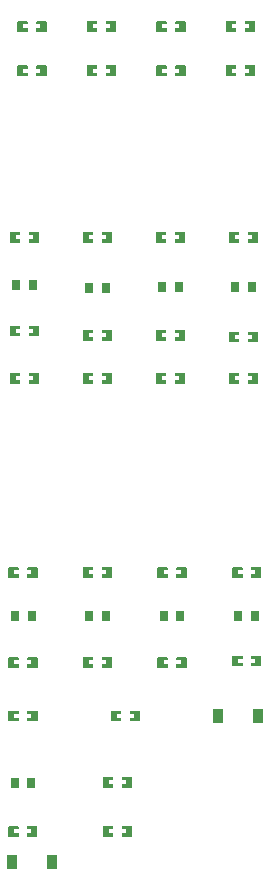
<source format=gtp>
G04 Layer: TopPasteMaskLayer*
G04 EasyEDA v6.5.22, 2023-04-13 12:14:21*
G04 8c6dcb5ec9fe4ba2bbc49dbc1e847b49,f016fa541b524367aba1ea0f7d3472e8,10*
G04 Gerber Generator version 0.2*
G04 Scale: 100 percent, Rotated: No, Reflected: No *
G04 Dimensions in millimeters *
G04 leading zeros omitted , absolute positions ,4 integer and 5 decimal *
%FSLAX45Y45*%
%MOMM*%

%ADD10R,0.8000X0.9000*%
%ADD11R,0.9500X1.1500*%

%LPD*%
G36*
X1561439Y1664258D02*
G01*
X1556461Y1659229D01*
X1556461Y1636471D01*
X1593443Y1636471D01*
X1593443Y1603451D01*
X1556461Y1603451D01*
X1556461Y1579270D01*
X1561439Y1574241D01*
X1641449Y1574241D01*
X1646428Y1579270D01*
X1646428Y1659229D01*
X1641449Y1664258D01*
G37*
G36*
X1402435Y1664258D02*
G01*
X1397457Y1659229D01*
X1397457Y1579270D01*
X1402435Y1574241D01*
X1481429Y1574241D01*
X1486458Y1579270D01*
X1486458Y1603451D01*
X1448460Y1603451D01*
X1448460Y1636471D01*
X1486458Y1636471D01*
X1486458Y1659229D01*
X1481429Y1664258D01*
G37*
G36*
X1639722Y8477808D02*
G01*
X1634693Y8472779D01*
X1634693Y8450021D01*
X1671726Y8450021D01*
X1671726Y8417001D01*
X1634693Y8417001D01*
X1634693Y8392820D01*
X1639722Y8387791D01*
X1719681Y8387791D01*
X1724710Y8392820D01*
X1724710Y8472779D01*
X1719681Y8477808D01*
G37*
G36*
X1480718Y8477808D02*
G01*
X1475689Y8472779D01*
X1475689Y8392820D01*
X1480718Y8387791D01*
X1559712Y8387791D01*
X1564690Y8392820D01*
X1564690Y8417001D01*
X1526692Y8417001D01*
X1526692Y8450021D01*
X1564690Y8450021D01*
X1564690Y8472779D01*
X1559712Y8477808D01*
G37*
G36*
X2228138Y8477808D02*
G01*
X2223160Y8472779D01*
X2223160Y8450021D01*
X2260142Y8450021D01*
X2260142Y8417001D01*
X2223160Y8417001D01*
X2223160Y8392820D01*
X2228138Y8387791D01*
X2308148Y8387791D01*
X2313127Y8392820D01*
X2313127Y8472779D01*
X2308148Y8477808D01*
G37*
G36*
X2069134Y8477808D02*
G01*
X2064156Y8472779D01*
X2064156Y8392820D01*
X2069134Y8387791D01*
X2148128Y8387791D01*
X2153158Y8392820D01*
X2153158Y8417001D01*
X2115159Y8417001D01*
X2115159Y8450021D01*
X2153158Y8450021D01*
X2153158Y8472779D01*
X2148128Y8477808D01*
G37*
G36*
X2816555Y8477808D02*
G01*
X2811576Y8472779D01*
X2811576Y8450021D01*
X2848559Y8450021D01*
X2848559Y8417001D01*
X2811576Y8417001D01*
X2811576Y8392820D01*
X2816555Y8387791D01*
X2896565Y8387791D01*
X2901543Y8392820D01*
X2901543Y8472779D01*
X2896565Y8477808D01*
G37*
G36*
X2657551Y8477808D02*
G01*
X2652572Y8472779D01*
X2652572Y8392820D01*
X2657551Y8387791D01*
X2736545Y8387791D01*
X2741574Y8392820D01*
X2741574Y8417001D01*
X2703576Y8417001D01*
X2703576Y8450021D01*
X2741574Y8450021D01*
X2741574Y8472779D01*
X2736545Y8477808D01*
G37*
G36*
X3405022Y8477808D02*
G01*
X3399993Y8472779D01*
X3399993Y8450021D01*
X3436975Y8450021D01*
X3436975Y8417001D01*
X3399993Y8417001D01*
X3399993Y8392820D01*
X3405022Y8387791D01*
X3484981Y8387791D01*
X3490010Y8392820D01*
X3490010Y8472779D01*
X3484981Y8477808D01*
G37*
G36*
X3246018Y8477808D02*
G01*
X3240989Y8472779D01*
X3240989Y8392820D01*
X3246018Y8387791D01*
X3325012Y8387791D01*
X3329990Y8392820D01*
X3329990Y8417001D01*
X3291992Y8417001D01*
X3291992Y8450021D01*
X3329990Y8450021D01*
X3329990Y8472779D01*
X3325012Y8477808D01*
G37*
G36*
X1639722Y8103158D02*
G01*
X1634693Y8098129D01*
X1634693Y8075371D01*
X1671726Y8075371D01*
X1671726Y8042351D01*
X1634693Y8042351D01*
X1634693Y8018170D01*
X1639722Y8013141D01*
X1719681Y8013141D01*
X1724710Y8018170D01*
X1724710Y8098129D01*
X1719681Y8103158D01*
G37*
G36*
X1480718Y8103158D02*
G01*
X1475689Y8098129D01*
X1475689Y8018170D01*
X1480718Y8013141D01*
X1559712Y8013141D01*
X1564690Y8018170D01*
X1564690Y8042351D01*
X1526692Y8042351D01*
X1526692Y8075371D01*
X1564690Y8075371D01*
X1564690Y8098129D01*
X1559712Y8103158D01*
G37*
G36*
X2228138Y8103158D02*
G01*
X2223109Y8098129D01*
X2223109Y8075371D01*
X2260142Y8075371D01*
X2260142Y8042351D01*
X2223109Y8042351D01*
X2223109Y8018170D01*
X2228138Y8013141D01*
X2308148Y8013141D01*
X2313127Y8018170D01*
X2313127Y8098129D01*
X2308148Y8103158D01*
G37*
G36*
X2069134Y8103158D02*
G01*
X2064156Y8098129D01*
X2064156Y8018170D01*
X2069134Y8013141D01*
X2148128Y8013141D01*
X2153158Y8018170D01*
X2153158Y8042351D01*
X2115159Y8042351D01*
X2115159Y8075371D01*
X2153158Y8075371D01*
X2153158Y8098129D01*
X2148128Y8103158D01*
G37*
G36*
X2816555Y8103158D02*
G01*
X2811576Y8098129D01*
X2811576Y8075371D01*
X2848559Y8075371D01*
X2848559Y8042351D01*
X2811576Y8042351D01*
X2811576Y8018170D01*
X2816555Y8013141D01*
X2896565Y8013141D01*
X2901543Y8018170D01*
X2901543Y8098129D01*
X2896565Y8103158D01*
G37*
G36*
X2657551Y8103158D02*
G01*
X2652572Y8098129D01*
X2652572Y8018170D01*
X2657551Y8013141D01*
X2736545Y8013141D01*
X2741574Y8018170D01*
X2741574Y8042351D01*
X2703576Y8042351D01*
X2703576Y8075371D01*
X2741574Y8075371D01*
X2741574Y8098129D01*
X2736545Y8103158D01*
G37*
G36*
X3405022Y8103158D02*
G01*
X3399993Y8098129D01*
X3399993Y8075371D01*
X3436975Y8075371D01*
X3436975Y8042351D01*
X3399993Y8042351D01*
X3399993Y8018170D01*
X3405022Y8013141D01*
X3484981Y8013141D01*
X3490010Y8018170D01*
X3490010Y8098129D01*
X3484981Y8103158D01*
G37*
G36*
X3246018Y8103158D02*
G01*
X3240989Y8098129D01*
X3240989Y8018170D01*
X3246018Y8013141D01*
X3325012Y8013141D01*
X3329990Y8018170D01*
X3329990Y8042351D01*
X3291992Y8042351D01*
X3291992Y8075371D01*
X3329990Y8075371D01*
X3329990Y8098129D01*
X3325012Y8103158D01*
G37*
G36*
X1576222Y6693458D02*
G01*
X1571193Y6688429D01*
X1571193Y6665671D01*
X1608226Y6665671D01*
X1608226Y6632651D01*
X1571193Y6632651D01*
X1571193Y6608470D01*
X1576222Y6603441D01*
X1656181Y6603441D01*
X1661210Y6608470D01*
X1661210Y6688429D01*
X1656181Y6693458D01*
G37*
G36*
X1417218Y6693458D02*
G01*
X1412189Y6688429D01*
X1412189Y6608470D01*
X1417218Y6603441D01*
X1496212Y6603441D01*
X1501190Y6608470D01*
X1501190Y6632651D01*
X1463192Y6632651D01*
X1463192Y6665671D01*
X1501190Y6665671D01*
X1501190Y6688429D01*
X1496212Y6693458D01*
G37*
G36*
X2194458Y6693458D02*
G01*
X2189429Y6688429D01*
X2189429Y6665671D01*
X2226411Y6665671D01*
X2226411Y6632651D01*
X2189429Y6632651D01*
X2189429Y6608470D01*
X2194458Y6603441D01*
X2274417Y6603441D01*
X2279446Y6608470D01*
X2279446Y6688429D01*
X2274417Y6693458D01*
G37*
G36*
X2035454Y6693458D02*
G01*
X2030425Y6688429D01*
X2030425Y6608470D01*
X2035454Y6603441D01*
X2114448Y6603441D01*
X2119426Y6608470D01*
X2119426Y6632651D01*
X2081428Y6632651D01*
X2081428Y6665671D01*
X2119426Y6665671D01*
X2119426Y6688429D01*
X2114448Y6693458D01*
G37*
G36*
X2812643Y6693458D02*
G01*
X2807665Y6688429D01*
X2807665Y6665671D01*
X2844647Y6665671D01*
X2844647Y6632651D01*
X2807665Y6632651D01*
X2807665Y6608470D01*
X2812643Y6603441D01*
X2892653Y6603441D01*
X2897682Y6608470D01*
X2897682Y6688429D01*
X2892653Y6693458D01*
G37*
G36*
X2653639Y6693458D02*
G01*
X2648661Y6688429D01*
X2648661Y6608470D01*
X2653639Y6603441D01*
X2732684Y6603441D01*
X2737662Y6608470D01*
X2737662Y6632651D01*
X2699664Y6632651D01*
X2699664Y6665671D01*
X2737662Y6665671D01*
X2737662Y6688429D01*
X2732684Y6693458D01*
G37*
G36*
X3430879Y6693458D02*
G01*
X3425901Y6688429D01*
X3425901Y6665671D01*
X3462883Y6665671D01*
X3462883Y6632651D01*
X3425901Y6632651D01*
X3425901Y6608470D01*
X3430879Y6603441D01*
X3510889Y6603441D01*
X3515918Y6608470D01*
X3515918Y6688429D01*
X3510889Y6693458D01*
G37*
G36*
X3271875Y6693458D02*
G01*
X3266897Y6688429D01*
X3266897Y6608470D01*
X3271875Y6603441D01*
X3350920Y6603441D01*
X3355898Y6608470D01*
X3355898Y6632651D01*
X3317900Y6632651D01*
X3317900Y6665671D01*
X3355898Y6665671D01*
X3355898Y6688429D01*
X3350920Y6693458D01*
G37*
G36*
X1576222Y5899708D02*
G01*
X1571193Y5894679D01*
X1571193Y5871921D01*
X1608226Y5871921D01*
X1608226Y5838901D01*
X1571193Y5838901D01*
X1571193Y5814720D01*
X1576222Y5809691D01*
X1656181Y5809691D01*
X1661210Y5814720D01*
X1661210Y5894679D01*
X1656181Y5899708D01*
G37*
G36*
X1417218Y5899708D02*
G01*
X1412189Y5894679D01*
X1412189Y5814720D01*
X1417218Y5809691D01*
X1496212Y5809691D01*
X1501190Y5814720D01*
X1501190Y5838901D01*
X1463192Y5838901D01*
X1463192Y5871921D01*
X1501190Y5871921D01*
X1501190Y5894679D01*
X1496212Y5899708D01*
G37*
G36*
X2194458Y5861608D02*
G01*
X2189429Y5856579D01*
X2189429Y5833821D01*
X2226411Y5833821D01*
X2226411Y5800801D01*
X2189429Y5800801D01*
X2189429Y5776620D01*
X2194458Y5771591D01*
X2274417Y5771591D01*
X2279446Y5776620D01*
X2279446Y5856579D01*
X2274417Y5861608D01*
G37*
G36*
X2035454Y5861608D02*
G01*
X2030425Y5856579D01*
X2030425Y5776620D01*
X2035454Y5771591D01*
X2114448Y5771591D01*
X2119426Y5776620D01*
X2119426Y5800801D01*
X2081428Y5800801D01*
X2081428Y5833821D01*
X2119426Y5833821D01*
X2119426Y5856579D01*
X2114448Y5861608D01*
G37*
G36*
X2812643Y5861608D02*
G01*
X2807665Y5856579D01*
X2807665Y5833821D01*
X2844647Y5833821D01*
X2844647Y5800801D01*
X2807665Y5800801D01*
X2807665Y5776620D01*
X2812643Y5771591D01*
X2892653Y5771591D01*
X2897682Y5776620D01*
X2897682Y5856579D01*
X2892653Y5861608D01*
G37*
G36*
X2653690Y5861608D02*
G01*
X2648661Y5856579D01*
X2648661Y5776620D01*
X2653690Y5771591D01*
X2732684Y5771591D01*
X2737662Y5776620D01*
X2737662Y5800801D01*
X2699664Y5800801D01*
X2699664Y5833821D01*
X2737662Y5833821D01*
X2737662Y5856579D01*
X2732684Y5861608D01*
G37*
G36*
X3430879Y5848908D02*
G01*
X3425901Y5843879D01*
X3425901Y5821121D01*
X3462883Y5821121D01*
X3462883Y5788101D01*
X3425901Y5788101D01*
X3425901Y5763920D01*
X3430879Y5758891D01*
X3510889Y5758891D01*
X3515918Y5763920D01*
X3515918Y5843879D01*
X3510889Y5848908D01*
G37*
G36*
X3271875Y5848908D02*
G01*
X3266897Y5843879D01*
X3266897Y5763920D01*
X3271875Y5758891D01*
X3350920Y5758891D01*
X3355898Y5763920D01*
X3355898Y5788101D01*
X3317900Y5788101D01*
X3317900Y5821121D01*
X3355898Y5821121D01*
X3355898Y5843879D01*
X3350920Y5848908D01*
G37*
G36*
X1576222Y5500166D02*
G01*
X1571193Y5495137D01*
X1571193Y5472379D01*
X1608226Y5472379D01*
X1608226Y5439359D01*
X1571193Y5439359D01*
X1571193Y5415178D01*
X1576222Y5410149D01*
X1656181Y5410149D01*
X1661210Y5415178D01*
X1661210Y5495137D01*
X1656181Y5500166D01*
G37*
G36*
X1417218Y5500166D02*
G01*
X1412189Y5495137D01*
X1412189Y5415178D01*
X1417218Y5410149D01*
X1496212Y5410149D01*
X1501190Y5415178D01*
X1501190Y5439359D01*
X1463192Y5439359D01*
X1463192Y5472379D01*
X1501190Y5472379D01*
X1501190Y5495137D01*
X1496212Y5500166D01*
G37*
G36*
X2194458Y5500166D02*
G01*
X2189429Y5495137D01*
X2189429Y5472379D01*
X2226411Y5472379D01*
X2226411Y5439359D01*
X2189429Y5439359D01*
X2189429Y5415178D01*
X2194458Y5410149D01*
X2274417Y5410149D01*
X2279446Y5415178D01*
X2279446Y5495137D01*
X2274417Y5500166D01*
G37*
G36*
X2035454Y5500166D02*
G01*
X2030425Y5495137D01*
X2030425Y5415178D01*
X2035454Y5410149D01*
X2114448Y5410149D01*
X2119426Y5415178D01*
X2119426Y5439359D01*
X2081428Y5439359D01*
X2081428Y5472379D01*
X2119426Y5472379D01*
X2119426Y5495137D01*
X2114448Y5500166D01*
G37*
G36*
X2812643Y5500166D02*
G01*
X2807665Y5495137D01*
X2807665Y5472379D01*
X2844647Y5472379D01*
X2844647Y5439359D01*
X2807665Y5439359D01*
X2807665Y5415178D01*
X2812643Y5410149D01*
X2892653Y5410149D01*
X2897682Y5415178D01*
X2897682Y5495137D01*
X2892653Y5500166D01*
G37*
G36*
X2653639Y5500166D02*
G01*
X2648661Y5495137D01*
X2648661Y5415178D01*
X2653639Y5410149D01*
X2732684Y5410149D01*
X2737662Y5415178D01*
X2737662Y5439359D01*
X2699664Y5439359D01*
X2699664Y5472379D01*
X2737662Y5472379D01*
X2737662Y5495137D01*
X2732684Y5500166D01*
G37*
G36*
X3430879Y5500166D02*
G01*
X3425901Y5495137D01*
X3425901Y5472379D01*
X3462883Y5472379D01*
X3462883Y5439359D01*
X3425901Y5439359D01*
X3425901Y5415178D01*
X3430879Y5410149D01*
X3510889Y5410149D01*
X3515918Y5415178D01*
X3515918Y5495137D01*
X3510889Y5500166D01*
G37*
G36*
X3271875Y5500166D02*
G01*
X3266897Y5495137D01*
X3266897Y5415178D01*
X3271875Y5410149D01*
X3350920Y5410149D01*
X3355898Y5415178D01*
X3355898Y5439359D01*
X3317900Y5439359D01*
X3317900Y5472379D01*
X3355898Y5472379D01*
X3355898Y5495137D01*
X3350920Y5500166D01*
G37*
G36*
X2432456Y2639720D02*
G01*
X2427427Y2634742D01*
X2427427Y2611932D01*
X2464409Y2611932D01*
X2464409Y2578912D01*
X2427427Y2578912D01*
X2427427Y2554732D01*
X2432456Y2549702D01*
X2512415Y2549702D01*
X2517444Y2554732D01*
X2517444Y2634742D01*
X2512415Y2639720D01*
G37*
G36*
X2273452Y2639720D02*
G01*
X2268423Y2634742D01*
X2268423Y2554732D01*
X2273452Y2549702D01*
X2352446Y2549702D01*
X2357424Y2554732D01*
X2357424Y2578912D01*
X2319426Y2578912D01*
X2319426Y2611932D01*
X2357424Y2611932D01*
X2357424Y2634742D01*
X2352446Y2639720D01*
G37*
G36*
X2363622Y2077008D02*
G01*
X2358593Y2071979D01*
X2358593Y2049221D01*
X2395575Y2049221D01*
X2395575Y2016201D01*
X2358593Y2016201D01*
X2358593Y1992020D01*
X2363622Y1986991D01*
X2443581Y1986991D01*
X2448610Y1992020D01*
X2448610Y2071979D01*
X2443581Y2077008D01*
G37*
G36*
X2204618Y2077008D02*
G01*
X2199589Y2071979D01*
X2199589Y1992020D01*
X2204618Y1986991D01*
X2283612Y1986991D01*
X2288590Y1992020D01*
X2288590Y2016201D01*
X2250592Y2016201D01*
X2250592Y2049221D01*
X2288590Y2049221D01*
X2288590Y2071979D01*
X2283612Y2077008D01*
G37*
G36*
X1563522Y2639720D02*
G01*
X1558493Y2634742D01*
X1558493Y2611932D01*
X1595526Y2611932D01*
X1595526Y2578912D01*
X1558493Y2578912D01*
X1558493Y2554732D01*
X1563522Y2549702D01*
X1643481Y2549702D01*
X1648510Y2554732D01*
X1648510Y2634742D01*
X1643481Y2639720D01*
G37*
G36*
X1404518Y2639720D02*
G01*
X1399489Y2634742D01*
X1399489Y2554732D01*
X1404518Y2549702D01*
X1483512Y2549702D01*
X1488490Y2554732D01*
X1488490Y2578912D01*
X1450492Y2578912D01*
X1450492Y2611932D01*
X1488490Y2611932D01*
X1488490Y2634742D01*
X1483512Y2639720D01*
G37*
G36*
X1563522Y3093008D02*
G01*
X1558493Y3087979D01*
X1558493Y3065221D01*
X1595526Y3065221D01*
X1595526Y3032201D01*
X1558493Y3032201D01*
X1558493Y3008020D01*
X1563522Y3002991D01*
X1643481Y3002991D01*
X1648510Y3008020D01*
X1648510Y3087979D01*
X1643481Y3093008D01*
G37*
G36*
X1404518Y3093008D02*
G01*
X1399489Y3087979D01*
X1399489Y3008020D01*
X1404518Y3002991D01*
X1483512Y3002991D01*
X1488490Y3008020D01*
X1488490Y3032201D01*
X1450492Y3032201D01*
X1450492Y3065221D01*
X1488490Y3065221D01*
X1488490Y3087979D01*
X1483512Y3093008D01*
G37*
G36*
X2194966Y3093008D02*
G01*
X2189937Y3087979D01*
X2189937Y3065221D01*
X2226970Y3065221D01*
X2226970Y3032201D01*
X2189937Y3032201D01*
X2189937Y3008020D01*
X2194966Y3002991D01*
X2274925Y3002991D01*
X2279954Y3008020D01*
X2279954Y3087979D01*
X2274925Y3093008D01*
G37*
G36*
X2035962Y3093008D02*
G01*
X2030933Y3087979D01*
X2030933Y3008020D01*
X2035962Y3002991D01*
X2114956Y3002991D01*
X2119934Y3008020D01*
X2119934Y3032201D01*
X2081936Y3032201D01*
X2081936Y3065221D01*
X2119934Y3065221D01*
X2119934Y3087979D01*
X2114956Y3093008D01*
G37*
G36*
X2826410Y3093008D02*
G01*
X2821381Y3087979D01*
X2821381Y3065221D01*
X2858363Y3065221D01*
X2858363Y3032201D01*
X2821381Y3032201D01*
X2821381Y3008020D01*
X2826410Y3002991D01*
X2906369Y3002991D01*
X2911398Y3008020D01*
X2911398Y3087979D01*
X2906369Y3093008D01*
G37*
G36*
X2667406Y3093008D02*
G01*
X2662377Y3087979D01*
X2662377Y3008020D01*
X2667406Y3002991D01*
X2746400Y3002991D01*
X2751378Y3008020D01*
X2751378Y3032201D01*
X2713380Y3032201D01*
X2713380Y3065221D01*
X2751378Y3065221D01*
X2751378Y3087979D01*
X2746400Y3093008D01*
G37*
G36*
X3457854Y3105708D02*
G01*
X3452825Y3100679D01*
X3452825Y3077921D01*
X3489858Y3077921D01*
X3489858Y3044901D01*
X3452825Y3044901D01*
X3452825Y3020720D01*
X3457854Y3015691D01*
X3537813Y3015691D01*
X3542842Y3020720D01*
X3542842Y3100679D01*
X3537813Y3105708D01*
G37*
G36*
X3298850Y3105708D02*
G01*
X3293821Y3100679D01*
X3293821Y3020720D01*
X3298850Y3015691D01*
X3377844Y3015691D01*
X3382822Y3020720D01*
X3382822Y3044901D01*
X3344824Y3044901D01*
X3344824Y3077921D01*
X3382822Y3077921D01*
X3382822Y3100679D01*
X3377844Y3105708D01*
G37*
G36*
X2363622Y1664258D02*
G01*
X2358593Y1659229D01*
X2358593Y1636471D01*
X2395575Y1636471D01*
X2395575Y1603451D01*
X2358593Y1603451D01*
X2358593Y1579270D01*
X2363622Y1574241D01*
X2443581Y1574241D01*
X2448610Y1579270D01*
X2448610Y1659229D01*
X2443581Y1664258D01*
G37*
G36*
X2204618Y1664258D02*
G01*
X2199589Y1659229D01*
X2199589Y1579270D01*
X2204618Y1574241D01*
X2283612Y1574241D01*
X2288590Y1579270D01*
X2288590Y1603451D01*
X2250592Y1603451D01*
X2250592Y1636471D01*
X2288590Y1636471D01*
X2288590Y1659229D01*
X2283612Y1664258D01*
G37*
G36*
X1563522Y3855008D02*
G01*
X1558493Y3849979D01*
X1558493Y3827221D01*
X1595526Y3827221D01*
X1595526Y3794201D01*
X1558493Y3794201D01*
X1558493Y3770020D01*
X1563522Y3764991D01*
X1643481Y3764991D01*
X1648510Y3770020D01*
X1648510Y3849979D01*
X1643481Y3855008D01*
G37*
G36*
X1404518Y3855008D02*
G01*
X1399489Y3849979D01*
X1399489Y3770020D01*
X1404518Y3764991D01*
X1483512Y3764991D01*
X1488490Y3770020D01*
X1488490Y3794201D01*
X1450492Y3794201D01*
X1450492Y3827221D01*
X1488490Y3827221D01*
X1488490Y3849979D01*
X1483512Y3855008D01*
G37*
G36*
X2194966Y3855008D02*
G01*
X2189937Y3849979D01*
X2189937Y3827221D01*
X2226970Y3827221D01*
X2226970Y3794201D01*
X2189937Y3794201D01*
X2189937Y3770020D01*
X2194966Y3764991D01*
X2274925Y3764991D01*
X2279954Y3770020D01*
X2279954Y3849979D01*
X2274925Y3855008D01*
G37*
G36*
X2035962Y3855008D02*
G01*
X2030933Y3849979D01*
X2030933Y3770020D01*
X2035962Y3764991D01*
X2114956Y3764991D01*
X2119934Y3770020D01*
X2119934Y3794201D01*
X2081936Y3794201D01*
X2081936Y3827221D01*
X2119934Y3827221D01*
X2119934Y3849979D01*
X2114956Y3855008D01*
G37*
G36*
X2826410Y3855008D02*
G01*
X2821381Y3849979D01*
X2821381Y3827221D01*
X2858414Y3827221D01*
X2858414Y3794201D01*
X2821381Y3794201D01*
X2821381Y3770020D01*
X2826410Y3764991D01*
X2906369Y3764991D01*
X2911398Y3770020D01*
X2911398Y3849979D01*
X2906369Y3855008D01*
G37*
G36*
X2667406Y3855008D02*
G01*
X2662377Y3849979D01*
X2662377Y3770020D01*
X2667406Y3764991D01*
X2746400Y3764991D01*
X2751378Y3770020D01*
X2751378Y3794201D01*
X2713380Y3794201D01*
X2713380Y3827221D01*
X2751378Y3827221D01*
X2751378Y3849979D01*
X2746400Y3855008D01*
G37*
G36*
X3457854Y3855008D02*
G01*
X3452825Y3849979D01*
X3452825Y3827221D01*
X3489858Y3827221D01*
X3489858Y3794201D01*
X3452825Y3794201D01*
X3452825Y3770020D01*
X3457854Y3764991D01*
X3537813Y3764991D01*
X3542842Y3770020D01*
X3542842Y3849979D01*
X3537813Y3855008D01*
G37*
G36*
X3298850Y3855008D02*
G01*
X3293821Y3849979D01*
X3293821Y3770020D01*
X3298850Y3764991D01*
X3377844Y3764991D01*
X3382822Y3770020D01*
X3382822Y3794201D01*
X3344824Y3794201D01*
X3344824Y3827221D01*
X3382822Y3827221D01*
X3382822Y3849979D01*
X3377844Y3855008D01*
G37*
D10*
G01*
X1594002Y2032000D03*
G01*
X1453997Y2032000D03*
G01*
X1608734Y6248400D03*
G01*
X1468729Y6248400D03*
G01*
X2226132Y6223000D03*
G01*
X2086127Y6223000D03*
G01*
X2843504Y6223507D03*
G01*
X2703525Y6223507D03*
G01*
X3460902Y6223507D03*
G01*
X3320897Y6223507D03*
G01*
X1596034Y3441700D03*
G01*
X1456029Y3441700D03*
G01*
X2226640Y3441700D03*
G01*
X2086635Y3441700D03*
G01*
X2857245Y3441700D03*
G01*
X2717241Y3441700D03*
G01*
X3487826Y3441700D03*
G01*
X3347847Y3441700D03*
D11*
G01*
X3509340Y2594737D03*
G01*
X3170859Y2594737D03*
G01*
X1430959Y1358900D03*
G01*
X1769440Y1358900D03*
M02*

</source>
